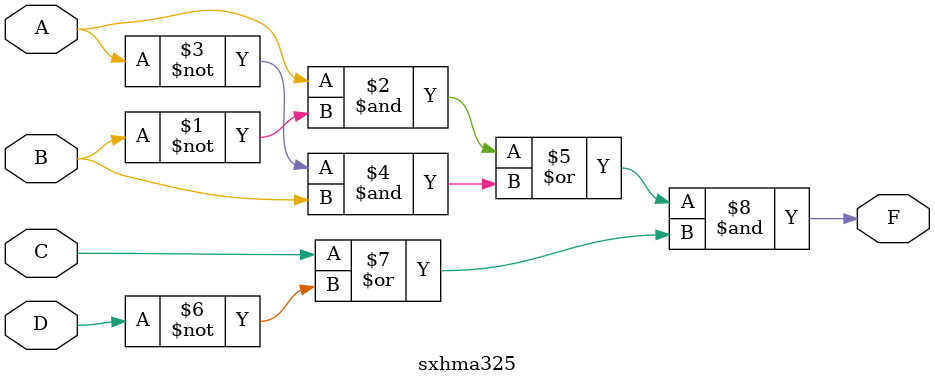
<source format=v>
module sxhma320b(A, B, C, D, F);
    input A, B, C, D;
    output F;
    assign F = A & (C & D  | B) | B & ~C;
endmodule

module sxhma321a(A, B, C, D, F);
    input A, B, C, D;
    output F;
    assign F = (A & ~B | ~A & B) & (C | ~D);
endmodule

module sxhma324(A, B, C, D, E, F);
    input A, B, C, D, E;
    output F;
    assign F = (A | B) & (C + D) & E;
endmodule

module sxhma325(A, B, C, D, F);
    input A, B, C, D;
    output F;
    assign F = (A & ~B | ~A & B) & (C | ~D);
endmodule



</source>
